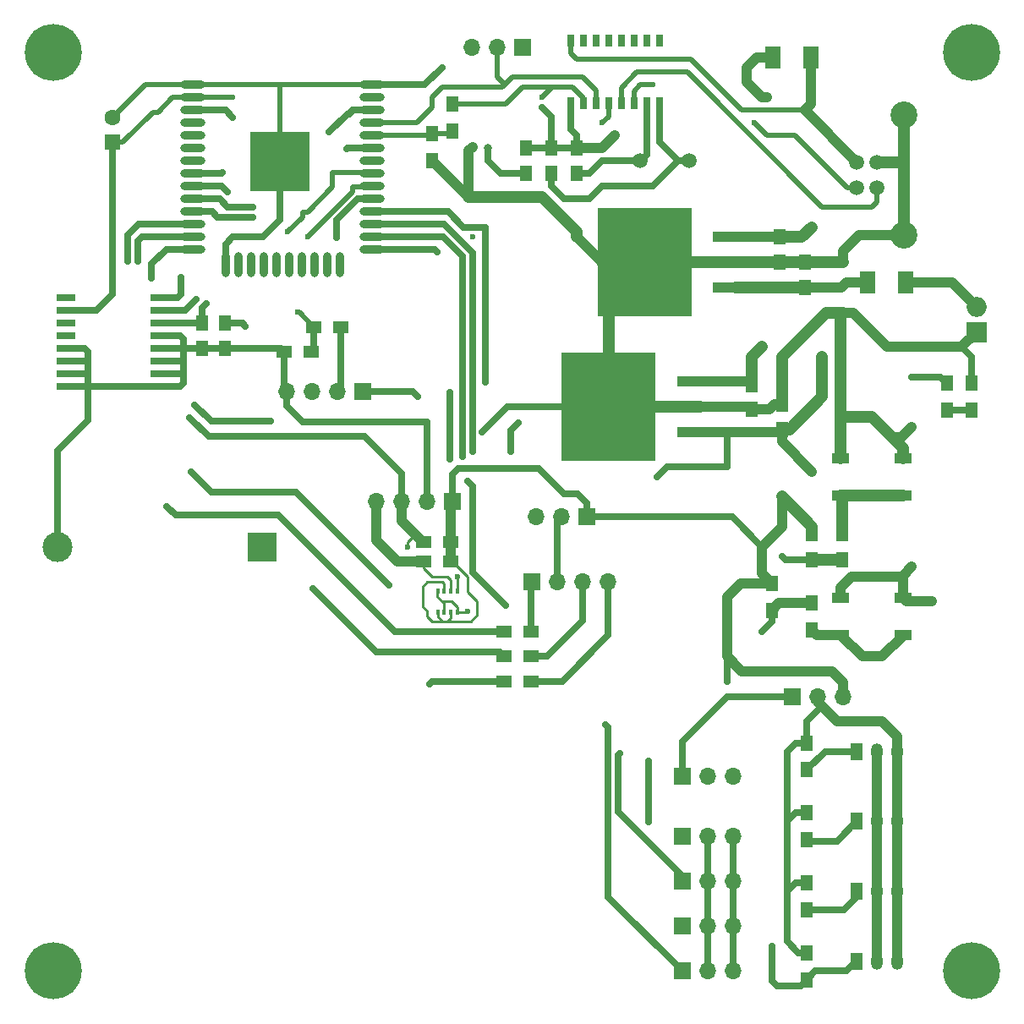
<source format=gtl>
G04 #@! TF.FileFunction,Copper,L1,Top,Signal*
%FSLAX46Y46*%
G04 Gerber Fmt 4.6, Leading zero omitted, Abs format (unit mm)*
G04 Created by KiCad (PCBNEW 4.0.7) date 11/23/17 20:16:03*
%MOMM*%
%LPD*%
G01*
G04 APERTURE LIST*
%ADD10C,0.100000*%
%ADD11C,3.000000*%
%ADD12R,3.000000X3.000000*%
%ADD13R,1.600200X2.199640*%
%ADD14R,1.925000X0.650000*%
%ADD15C,1.520000*%
%ADD16C,2.700000*%
%ADD17R,1.600000X1.600000*%
%ADD18C,1.600000*%
%ADD19R,1.250000X1.500000*%
%ADD20R,1.700000X1.700000*%
%ADD21O,1.700000X1.700000*%
%ADD22R,1.300000X1.500000*%
%ADD23R,1.500000X1.300000*%
%ADD24R,1.800000X1.100000*%
%ADD25O,2.500000X0.900000*%
%ADD26O,0.900000X2.500000*%
%ADD27R,6.000000X6.000000*%
%ADD28R,4.600000X1.100000*%
%ADD29R,9.400000X10.800000*%
%ADD30R,4.550000X5.250000*%
%ADD31R,0.800000X1.300000*%
%ADD32C,1.500000*%
%ADD33O,1.998980X1.998980*%
%ADD34R,1.998980X1.998980*%
%ADD35R,0.350000X0.500000*%
%ADD36C,5.700000*%
%ADD37R,1.200000X1.700000*%
%ADD38O,1.200000X1.700000*%
%ADD39C,0.600000*%
%ADD40C,0.800000*%
%ADD41C,1.000000*%
%ADD42C,0.700000*%
%ADD43C,0.250000*%
%ADD44C,1.200000*%
%ADD45C,0.500000*%
G04 APERTURE END LIST*
D10*
D11*
X118956000Y-97028000D03*
D12*
X139446000Y-97028000D03*
D13*
X190600080Y-48000000D03*
X194399920Y-48000000D03*
X200100080Y-70500000D03*
X203899920Y-70500000D03*
D14*
X119788000Y-72055000D03*
X119788000Y-73325000D03*
X119788000Y-74595000D03*
X119788000Y-75865000D03*
X119788000Y-77135000D03*
X119788000Y-78405000D03*
X119788000Y-79675000D03*
X119788000Y-80945000D03*
X129212000Y-80945000D03*
X129212000Y-79675000D03*
X129212000Y-78405000D03*
X129212000Y-77135000D03*
X129212000Y-75865000D03*
X129212000Y-74595000D03*
X129212000Y-73325000D03*
X129212000Y-72055000D03*
D15*
X199000000Y-61040000D03*
X199000000Y-58500000D03*
X201000000Y-58500000D03*
X201000000Y-61040000D03*
D16*
X203700000Y-65770000D03*
X203700000Y-53770000D03*
D17*
X124500000Y-56500000D03*
D18*
X124500000Y-54000000D03*
D19*
X165880000Y-59620000D03*
X165880000Y-57120000D03*
X170960000Y-59620000D03*
X170960000Y-57120000D03*
X191500000Y-85250000D03*
X191500000Y-82750000D03*
X168420000Y-59620000D03*
X168420000Y-57120000D03*
X188500000Y-80750000D03*
X188500000Y-83250000D03*
X135763000Y-74632500D03*
X135763000Y-77132500D03*
X193820000Y-71050000D03*
X193820000Y-68550000D03*
X191280000Y-66010000D03*
X191280000Y-68510000D03*
X133413500Y-74632500D03*
X133413500Y-77132500D03*
D20*
X172000000Y-94000000D03*
D21*
X169460000Y-94000000D03*
X166920000Y-94000000D03*
D20*
X166500000Y-100500000D03*
D21*
X169040000Y-100500000D03*
X171580000Y-100500000D03*
X174120000Y-100500000D03*
D20*
X158500000Y-92500000D03*
D21*
X155960000Y-92500000D03*
X153420000Y-92500000D03*
X150880000Y-92500000D03*
D20*
X149500000Y-81500000D03*
D21*
X146960000Y-81500000D03*
X144420000Y-81500000D03*
X141880000Y-81500000D03*
D20*
X192500000Y-112000000D03*
D21*
X195040000Y-112000000D03*
X197580000Y-112000000D03*
D22*
X190500000Y-100650000D03*
X190500000Y-103350000D03*
X194500000Y-102650000D03*
X194500000Y-105350000D03*
X194500000Y-95650000D03*
X194500000Y-98350000D03*
X197500000Y-98350000D03*
X197500000Y-95650000D03*
D23*
X163650000Y-105500000D03*
X166350000Y-105500000D03*
X163650000Y-108000000D03*
X166350000Y-108000000D03*
X163650000Y-110500000D03*
X166350000Y-110500000D03*
X144350000Y-77500000D03*
X141650000Y-77500000D03*
X147350000Y-75000000D03*
X144650000Y-75000000D03*
D22*
X194000000Y-116650000D03*
X194000000Y-119350000D03*
X194000000Y-123650000D03*
X194000000Y-126350000D03*
X194000000Y-130650000D03*
X194000000Y-133350000D03*
X194000000Y-137650000D03*
X194000000Y-140350000D03*
D24*
X203600000Y-105850000D03*
X197400000Y-105850000D03*
X203600000Y-102150000D03*
X197400000Y-102150000D03*
X203600000Y-91850000D03*
X197400000Y-91850000D03*
X203600000Y-88150000D03*
X197400000Y-88150000D03*
D25*
X150500000Y-50750000D03*
X150500000Y-52020000D03*
X150500000Y-53290000D03*
X150500000Y-54560000D03*
X150500000Y-55830000D03*
X150500000Y-57100000D03*
X150500000Y-58370000D03*
X150500000Y-59640000D03*
X150500000Y-60910000D03*
X150500000Y-62180000D03*
X150500000Y-63450000D03*
X150500000Y-64720000D03*
X150500000Y-65990000D03*
X150500000Y-67260000D03*
D26*
X147215000Y-68750000D03*
X145945000Y-68750000D03*
X144675000Y-68750000D03*
X143405000Y-68750000D03*
X142135000Y-68750000D03*
X140865000Y-68750000D03*
X139595000Y-68750000D03*
X138325000Y-68750000D03*
X137055000Y-68750000D03*
X135785000Y-68750000D03*
D25*
X132500000Y-67260000D03*
X132500000Y-65990000D03*
X132500000Y-64720000D03*
X132500000Y-63450000D03*
X132500000Y-62180000D03*
X132500000Y-60910000D03*
X132500000Y-59640000D03*
X132500000Y-58370000D03*
X132500000Y-57100000D03*
X132500000Y-55830000D03*
X132500000Y-54560000D03*
X132500000Y-53290000D03*
X132500000Y-52020000D03*
X132500000Y-50750000D03*
D27*
X141200000Y-58450000D03*
D28*
X183275000Y-85540000D03*
X183275000Y-83000000D03*
X183275000Y-80460000D03*
D29*
X174125000Y-83000000D03*
D30*
X171700000Y-80225000D03*
X176550000Y-85775000D03*
X171700000Y-85775000D03*
X176550000Y-80225000D03*
D31*
X170320000Y-52630000D03*
X171600000Y-52630000D03*
X172860000Y-52630000D03*
X174130000Y-52630000D03*
X175410000Y-52630000D03*
X176680000Y-52630000D03*
X177940000Y-52630000D03*
X179220000Y-52630000D03*
X179220000Y-46330000D03*
X177940000Y-46330000D03*
X176680000Y-46330000D03*
X175410000Y-46330000D03*
X174130000Y-46330000D03*
X172860000Y-46330000D03*
X171600000Y-46330000D03*
X170320000Y-46330000D03*
D28*
X186895000Y-71070000D03*
X186895000Y-68530000D03*
X186895000Y-65990000D03*
D29*
X177745000Y-68530000D03*
D30*
X175320000Y-65755000D03*
X180170000Y-71305000D03*
X175320000Y-71305000D03*
X180170000Y-65755000D03*
D32*
X177310000Y-58370000D03*
X182190000Y-58370000D03*
D22*
X156500000Y-55650000D03*
X156500000Y-58350000D03*
X158500000Y-55350000D03*
X158500000Y-52650000D03*
D33*
X211000000Y-72960000D03*
D34*
X211000000Y-75500000D03*
D20*
X165500000Y-47000000D03*
D21*
X162960000Y-47000000D03*
X160420000Y-47000000D03*
D23*
X158350000Y-96500000D03*
X155650000Y-96500000D03*
X158350000Y-98500000D03*
X155650000Y-98500000D03*
D35*
X158975000Y-101475000D03*
X158325000Y-101475000D03*
X157675000Y-101475000D03*
X157025000Y-101475000D03*
X157025000Y-103525000D03*
X157675000Y-103525000D03*
X158325000Y-103525000D03*
X158975000Y-103525000D03*
D36*
X210500000Y-139500000D03*
X118500000Y-139500000D03*
X118500000Y-47500000D03*
X210500000Y-47500000D03*
D22*
X210500000Y-80650000D03*
X210500000Y-83350000D03*
X208000000Y-80650000D03*
X208000000Y-83350000D03*
D20*
X181500000Y-126000000D03*
D21*
X184040000Y-126000000D03*
X186580000Y-126000000D03*
D20*
X181500000Y-130500000D03*
D21*
X184040000Y-130500000D03*
X186580000Y-130500000D03*
D37*
X199000000Y-117500000D03*
D38*
X201000000Y-117500000D03*
X203000000Y-117500000D03*
D37*
X199000000Y-124500000D03*
D38*
X201000000Y-124500000D03*
X203000000Y-124500000D03*
D37*
X199000000Y-131500000D03*
D38*
X201000000Y-131500000D03*
X203000000Y-131500000D03*
D37*
X199000000Y-138500000D03*
D38*
X201000000Y-138500000D03*
X203000000Y-138500000D03*
D20*
X181500000Y-135000000D03*
D21*
X184040000Y-135000000D03*
X186580000Y-135000000D03*
D20*
X181500000Y-139500000D03*
D21*
X184040000Y-139500000D03*
X186580000Y-139500000D03*
D20*
X181500000Y-120000000D03*
D21*
X184040000Y-120000000D03*
X186580000Y-120000000D03*
D39*
X160000000Y-103500000D03*
X167500000Y-53000000D03*
X206500000Y-102500000D03*
X161500000Y-85500000D03*
X156000000Y-84500000D03*
X204500000Y-99000000D03*
X204500000Y-85000000D03*
X157500000Y-49000000D03*
X160500000Y-57000000D03*
X174770000Y-55830000D03*
X170960000Y-65990000D03*
D40*
X197630000Y-68530000D03*
X197630000Y-73610000D03*
D39*
X133858000Y-72644000D03*
X204500000Y-80000000D03*
X137795000Y-74930000D03*
X186000000Y-110500000D03*
X160500000Y-66000000D03*
X136500000Y-52000000D03*
X191500000Y-92000000D03*
X189500000Y-77000000D03*
X173500000Y-54560000D03*
D40*
X162070000Y-57100000D03*
D39*
X190000000Y-52000000D03*
X179000000Y-90000000D03*
X155000000Y-82000000D03*
X194500000Y-89500000D03*
X194500000Y-65000000D03*
X195500000Y-78000000D03*
X188740000Y-54560000D03*
X178580000Y-50750000D03*
X159000000Y-100000000D03*
X154000000Y-97000000D03*
X132207000Y-84074000D03*
X146177000Y-55499000D03*
X131318000Y-70040500D03*
X140335000Y-84455000D03*
X132715000Y-82804000D03*
X147955000Y-57150000D03*
X132842000Y-72199500D03*
X159512000Y-88011000D03*
X175260000Y-117729000D03*
X160528000Y-87503000D03*
X135500000Y-59500000D03*
X136000000Y-61500000D03*
X138500000Y-63000000D03*
X138500000Y-64000000D03*
X190500000Y-137000000D03*
X178181000Y-124587000D03*
X178181000Y-118491000D03*
X164338000Y-87503000D03*
X165100000Y-84582000D03*
X161798000Y-80518000D03*
X173863000Y-114808000D03*
X163830000Y-102870000D03*
X160020000Y-90424000D03*
X158242000Y-88265000D03*
X158242000Y-81534000D03*
X146939000Y-66040000D03*
X167500000Y-52000000D03*
X157000000Y-67500000D03*
X189500000Y-105500000D03*
X191500000Y-98000000D03*
X136500000Y-54000000D03*
X129921000Y-92964000D03*
X125984000Y-68453000D03*
X144526000Y-101219000D03*
X127000000Y-68453000D03*
X156210000Y-110744000D03*
X152146000Y-100838000D03*
X132334000Y-89535000D03*
X128397000Y-70104000D03*
X144000000Y-66000000D03*
X142000000Y-65500000D03*
X143000000Y-73500000D03*
D41*
X201000000Y-117500000D02*
X201000000Y-124500000D01*
X201000000Y-124500000D02*
X201000000Y-131500000D01*
X201000000Y-131500000D02*
X201000000Y-138500000D01*
D42*
X210500000Y-80650000D02*
X210500000Y-78000000D01*
X210500000Y-78000000D02*
X209500000Y-77000000D01*
X184040000Y-139500000D02*
X184040000Y-135000000D01*
X184040000Y-126000000D02*
X184040000Y-130500000D01*
X184040000Y-135000000D02*
X184040000Y-130500000D01*
D43*
X159975000Y-103525000D02*
X158975000Y-103525000D01*
X160000000Y-103500000D02*
X159975000Y-103525000D01*
X158975000Y-103525000D02*
X158975000Y-103025000D01*
X158975000Y-103025000D02*
X158450000Y-102500000D01*
X158450000Y-102500000D02*
X157500000Y-102500000D01*
X157675000Y-103525000D02*
X157675000Y-102675000D01*
X157000000Y-102000000D02*
X157000000Y-101500000D01*
X157500000Y-102500000D02*
X157000000Y-102000000D01*
X157675000Y-102675000D02*
X157500000Y-102500000D01*
X157000000Y-101500000D02*
X157025000Y-101475000D01*
D41*
X197630000Y-68530000D02*
X197630000Y-67370000D01*
X199230000Y-65770000D02*
X203700000Y-65770000D01*
X197630000Y-67370000D02*
X199230000Y-65770000D01*
X197630000Y-73610000D02*
X198610000Y-73610000D01*
X209500000Y-77000000D02*
X211000000Y-75500000D01*
X202000000Y-77000000D02*
X209000000Y-77000000D01*
X209000000Y-77000000D02*
X209500000Y-77000000D01*
X198610000Y-73610000D02*
X202000000Y-77000000D01*
D42*
X168420000Y-53920000D02*
X168420000Y-57120000D01*
X167500000Y-53000000D02*
X168420000Y-53920000D01*
X156000000Y-84500000D02*
X156000000Y-92460000D01*
X156000000Y-92460000D02*
X155960000Y-92500000D01*
X135763000Y-77132500D02*
X141282500Y-77132500D01*
X141282500Y-77132500D02*
X141650000Y-77500000D01*
X135763000Y-77132500D02*
X133413500Y-77132500D01*
X118956000Y-97028000D02*
X118956000Y-87419000D01*
X122047000Y-84328000D02*
X122047000Y-80945000D01*
X118956000Y-87419000D02*
X122047000Y-84328000D01*
X119788000Y-77135000D02*
X121712000Y-77135000D01*
X122047000Y-77470000D02*
X122047000Y-78451000D01*
X121712000Y-77135000D02*
X122047000Y-77470000D01*
X119788000Y-78405000D02*
X122001000Y-78405000D01*
X122047000Y-78451000D02*
X122047000Y-79883000D01*
X122001000Y-78405000D02*
X122047000Y-78451000D01*
X119788000Y-79675000D02*
X121839000Y-79675000D01*
X122047000Y-79883000D02*
X122047000Y-80945000D01*
X121839000Y-79675000D02*
X122047000Y-79883000D01*
X119788000Y-80945000D02*
X122047000Y-80945000D01*
X122047000Y-80945000D02*
X129212000Y-80945000D01*
X129212000Y-78405000D02*
X131572000Y-78405000D01*
X131572000Y-78405000D02*
X131572000Y-78359000D01*
X129212000Y-80945000D02*
X131272000Y-80945000D01*
X131572000Y-80645000D02*
X131572000Y-79502000D01*
X131272000Y-80945000D02*
X131572000Y-80645000D01*
X129212000Y-79675000D02*
X131399000Y-79675000D01*
X131572000Y-79502000D02*
X131572000Y-78359000D01*
X131572000Y-78359000D02*
X131572000Y-77689000D01*
X131399000Y-79675000D02*
X131572000Y-79502000D01*
X131572000Y-77689000D02*
X131572000Y-77132500D01*
X129212000Y-75865000D02*
X131237000Y-75865000D01*
X131572000Y-76200000D02*
X131572000Y-77132500D01*
X131237000Y-75865000D02*
X131572000Y-76200000D01*
X133413500Y-77132500D02*
X131572000Y-77132500D01*
X131572000Y-77132500D02*
X129214500Y-77132500D01*
X129214500Y-77132500D02*
X129212000Y-77135000D01*
D41*
X206500000Y-102500000D02*
X203950000Y-102500000D01*
X203950000Y-102500000D02*
X203600000Y-102150000D01*
X203600000Y-102150000D02*
X203750000Y-102000000D01*
D44*
X201000000Y-58500000D02*
X203000000Y-58500000D01*
X203000000Y-58500000D02*
X203700000Y-58500000D01*
X203700000Y-53770000D02*
X203700000Y-58500000D01*
X203700000Y-58500000D02*
X203700000Y-65770000D01*
D45*
X132500000Y-50750000D02*
X127750000Y-50750000D01*
X127750000Y-50750000D02*
X124500000Y-54000000D01*
D42*
X141880000Y-81500000D02*
X141880000Y-82880000D01*
X164000000Y-83000000D02*
X174125000Y-83000000D01*
X161500000Y-85500000D02*
X164000000Y-83000000D01*
X143500000Y-84500000D02*
X156000000Y-84500000D01*
X141880000Y-82880000D02*
X143500000Y-84500000D01*
X141650000Y-77500000D02*
X141650000Y-81270000D01*
X141650000Y-81270000D02*
X141880000Y-81500000D01*
X135785000Y-68750000D02*
X135785000Y-66715000D01*
X141200000Y-64300000D02*
X141200000Y-58450000D01*
X139500000Y-66000000D02*
X141200000Y-64300000D01*
X136500000Y-66000000D02*
X139500000Y-66000000D01*
X135785000Y-66715000D02*
X136500000Y-66000000D01*
D41*
X197400000Y-102150000D02*
X197400000Y-101100000D01*
X198500000Y-100000000D02*
X203600000Y-100000000D01*
X197400000Y-101100000D02*
X198500000Y-100000000D01*
X202500000Y-86000000D02*
X203500000Y-86000000D01*
X203600000Y-99900000D02*
X203600000Y-100000000D01*
X203600000Y-100000000D02*
X203600000Y-102150000D01*
X204500000Y-99000000D02*
X203600000Y-99900000D01*
X203500000Y-86000000D02*
X204500000Y-85000000D01*
D44*
X203600000Y-88150000D02*
X203600000Y-87100000D01*
X200500000Y-84000000D02*
X197400000Y-84000000D01*
X203600000Y-87100000D02*
X202500000Y-86000000D01*
X202500000Y-86000000D02*
X200500000Y-84000000D01*
X197400000Y-88150000D02*
X197400000Y-84000000D01*
X197400000Y-84000000D02*
X197400000Y-74000000D01*
X197400000Y-74000000D02*
X197400000Y-73610000D01*
X197400000Y-73610000D02*
X197630000Y-73610000D01*
X193820000Y-68550000D02*
X191320000Y-68550000D01*
X191320000Y-68550000D02*
X191280000Y-68510000D01*
X193820000Y-68550000D02*
X197500000Y-68550000D01*
X197630000Y-73610000D02*
X195890000Y-73610000D01*
X191500000Y-78000000D02*
X191500000Y-82750000D01*
X195890000Y-73610000D02*
X191500000Y-78000000D01*
X183275000Y-83000000D02*
X174125000Y-83000000D01*
X174125000Y-83000000D02*
X174125000Y-72150000D01*
X174125000Y-72150000D02*
X177745000Y-68530000D01*
D41*
X183275000Y-83000000D02*
X188250000Y-83000000D01*
X188250000Y-83000000D02*
X188500000Y-83250000D01*
X188500000Y-83250000D02*
X190250000Y-83250000D01*
X190250000Y-83250000D02*
X190750000Y-82750000D01*
X190750000Y-82750000D02*
X191500000Y-82750000D01*
D44*
X180500000Y-71285000D02*
X177745000Y-68530000D01*
D45*
X141200000Y-58450000D02*
X141200000Y-50750000D01*
X141200000Y-50750000D02*
X140500000Y-50750000D01*
X150500000Y-50750000D02*
X141500000Y-50750000D01*
X141500000Y-50750000D02*
X140500000Y-50750000D01*
X140500000Y-50750000D02*
X132500000Y-50750000D01*
D41*
X141200000Y-56300000D02*
X141200000Y-58450000D01*
X160150000Y-62000000D02*
X160150000Y-57350000D01*
D42*
X155750000Y-50750000D02*
X150500000Y-50750000D01*
X157500000Y-49000000D02*
X155750000Y-50750000D01*
D41*
X160150000Y-57350000D02*
X160500000Y-57000000D01*
D44*
X170960000Y-65990000D02*
X170960000Y-65460000D01*
D41*
X160150000Y-62000000D02*
X156500000Y-58350000D01*
D44*
X167500000Y-62000000D02*
X160150000Y-62000000D01*
X170960000Y-65460000D02*
X167500000Y-62000000D01*
X177745000Y-68530000D02*
X173500000Y-68530000D01*
D41*
X173500000Y-68530000D02*
X170960000Y-65990000D01*
X173480000Y-57120000D02*
X170960000Y-57120000D01*
X174770000Y-55830000D02*
X173480000Y-57120000D01*
D44*
X186895000Y-68530000D02*
X177745000Y-68530000D01*
D42*
X165880000Y-57120000D02*
X168420000Y-57120000D01*
X168420000Y-57120000D02*
X170960000Y-57120000D01*
X170320000Y-52630000D02*
X170320000Y-55190000D01*
X170960000Y-55830000D02*
X170960000Y-57120000D01*
X170320000Y-55190000D02*
X170960000Y-55830000D01*
D44*
X197610000Y-68550000D02*
X197500000Y-68550000D01*
D41*
X197630000Y-68530000D02*
X197610000Y-68550000D01*
X191320000Y-68550000D02*
X191300000Y-68530000D01*
D44*
X191300000Y-68530000D02*
X186895000Y-68530000D01*
D42*
X129212000Y-74595000D02*
X133376000Y-74595000D01*
X133376000Y-74595000D02*
X133413500Y-74632500D01*
X133413500Y-73088500D02*
X133413500Y-74632500D01*
X133858000Y-72644000D02*
X133413500Y-73088500D01*
X206000000Y-80000000D02*
X207350000Y-80000000D01*
X204500000Y-80000000D02*
X206000000Y-80000000D01*
X207350000Y-80000000D02*
X208000000Y-80650000D01*
D43*
X157675000Y-101475000D02*
X157675000Y-100675000D01*
X156500000Y-104500000D02*
X157500000Y-104500000D01*
X156000000Y-104000000D02*
X156500000Y-104500000D01*
X156000000Y-103500000D02*
X156000000Y-104000000D01*
X155500000Y-103000000D02*
X156000000Y-103500000D01*
X155500000Y-101000000D02*
X155500000Y-103000000D01*
X156000000Y-100500000D02*
X155500000Y-101000000D01*
X157500000Y-100500000D02*
X156000000Y-100500000D01*
X157675000Y-100675000D02*
X157500000Y-100500000D01*
X158350000Y-98500000D02*
X158500000Y-98500000D01*
X158500000Y-98500000D02*
X160000000Y-100000000D01*
X160324998Y-104500000D02*
X158000000Y-104500000D01*
X161000000Y-103824998D02*
X160324998Y-104500000D01*
X161000000Y-102500000D02*
X161000000Y-103824998D01*
X160000000Y-101500000D02*
X161000000Y-102500000D01*
X160000000Y-100000000D02*
X160000000Y-101500000D01*
X158325000Y-103525000D02*
X158325000Y-104175000D01*
X157025000Y-104025000D02*
X157025000Y-103525000D01*
X157500000Y-104500000D02*
X157025000Y-104025000D01*
X158000000Y-104500000D02*
X157500000Y-104500000D01*
X158325000Y-104175000D02*
X158000000Y-104500000D01*
D41*
X158350000Y-96500000D02*
X158350000Y-92650000D01*
X158350000Y-92650000D02*
X158500000Y-92500000D01*
X158350000Y-96500000D02*
X158350000Y-98500000D01*
D42*
X172000000Y-94000000D02*
X186500000Y-94000000D01*
X186500000Y-94000000D02*
X189500000Y-97000000D01*
X135763000Y-74632500D02*
X137497500Y-74632500D01*
X137497500Y-74632500D02*
X137795000Y-74930000D01*
X158500000Y-92500000D02*
X158500000Y-89785000D01*
X172000000Y-92625000D02*
X172000000Y-94000000D01*
X171069000Y-91694000D02*
X172000000Y-92625000D01*
X169694000Y-91694000D02*
X171069000Y-91694000D01*
X167154000Y-89154000D02*
X169694000Y-91694000D01*
X159131000Y-89154000D02*
X167154000Y-89154000D01*
X158500000Y-89785000D02*
X159131000Y-89154000D01*
X119788000Y-73325000D02*
X122890000Y-73325000D01*
X124500000Y-71715000D02*
X124500000Y-56500000D01*
X122890000Y-73325000D02*
X124500000Y-71715000D01*
X186000000Y-108000000D02*
X186000000Y-110500000D01*
D45*
X124500000Y-56500000D02*
X125500000Y-56500000D01*
X130480000Y-52020000D02*
X132500000Y-52020000D01*
X129000000Y-53500000D02*
X130480000Y-52020000D01*
X128500000Y-53500000D02*
X129000000Y-53500000D01*
X125500000Y-56500000D02*
X128500000Y-53500000D01*
D41*
X190500000Y-100650000D02*
X187350000Y-100650000D01*
X197580000Y-110580000D02*
X197580000Y-112000000D01*
X196500000Y-109500000D02*
X197580000Y-110580000D01*
X187500000Y-109500000D02*
X196500000Y-109500000D01*
X186000000Y-108000000D02*
X187500000Y-109500000D01*
X186000000Y-102000000D02*
X186000000Y-104000000D01*
X186000000Y-104000000D02*
X186000000Y-108000000D01*
X187350000Y-100650000D02*
X186000000Y-102000000D01*
X191500000Y-92000000D02*
X191500000Y-95000000D01*
X191500000Y-95000000D02*
X189500000Y-97000000D01*
X189500000Y-99650000D02*
X190500000Y-100650000D01*
X189500000Y-97000000D02*
X189500000Y-99650000D01*
D45*
X136480000Y-52020000D02*
X132500000Y-52020000D01*
X136500000Y-52000000D02*
X136480000Y-52020000D01*
D44*
X188500000Y-80750000D02*
X188500000Y-78000000D01*
X191500000Y-92000000D02*
X194500000Y-95000000D01*
X188500000Y-78000000D02*
X189500000Y-77000000D01*
X194500000Y-95000000D02*
X194500000Y-95650000D01*
D41*
X183275000Y-80460000D02*
X188210000Y-80460000D01*
X188210000Y-80460000D02*
X188500000Y-80750000D01*
D42*
X165880000Y-59620000D02*
X163320000Y-59620000D01*
D45*
X174130000Y-53930000D02*
X174130000Y-52630000D01*
X173500000Y-54560000D02*
X174130000Y-53930000D01*
D42*
X162070000Y-58370000D02*
X162070000Y-57100000D01*
X163320000Y-59620000D02*
X162070000Y-58370000D01*
X177310000Y-58370000D02*
X173500000Y-58370000D01*
X172250000Y-59620000D02*
X170960000Y-59620000D01*
X173500000Y-58370000D02*
X172250000Y-59620000D01*
X177940000Y-52630000D02*
X177940000Y-57740000D01*
X177940000Y-57740000D02*
X177310000Y-58370000D01*
D41*
X190600080Y-48000000D02*
X189000000Y-48000000D01*
X189500000Y-52000000D02*
X190000000Y-52000000D01*
X188000000Y-50500000D02*
X189500000Y-52000000D01*
X188000000Y-49000000D02*
X188000000Y-50500000D01*
X189000000Y-48000000D02*
X188000000Y-49000000D01*
D42*
X192500000Y-112000000D02*
X186000000Y-112000000D01*
X181500000Y-116500000D02*
X181500000Y-120000000D01*
X186000000Y-112000000D02*
X181500000Y-116500000D01*
X149500000Y-81500000D02*
X154500000Y-81500000D01*
X186000000Y-89000000D02*
X186000000Y-85540000D01*
X180000000Y-89000000D02*
X186000000Y-89000000D01*
X179000000Y-90000000D02*
X180000000Y-89000000D01*
X154500000Y-81500000D02*
X155000000Y-82000000D01*
X186000000Y-85540000D02*
X186000000Y-86000000D01*
X186000000Y-86000000D02*
X186000000Y-85540000D01*
D41*
X194500000Y-89500000D02*
X191500000Y-86500000D01*
X191500000Y-86500000D02*
X191500000Y-85250000D01*
D44*
X191500000Y-85250000D02*
X192250000Y-85250000D01*
X193490000Y-66010000D02*
X191280000Y-66010000D01*
X194500000Y-65000000D02*
X193490000Y-66010000D01*
X195500000Y-82000000D02*
X195500000Y-78000000D01*
X192250000Y-85250000D02*
X195500000Y-82000000D01*
D41*
X183275000Y-85540000D02*
X186000000Y-85540000D01*
X186000000Y-85540000D02*
X191210000Y-85540000D01*
X191210000Y-85540000D02*
X191500000Y-85250000D01*
D44*
X191280000Y-65780000D02*
X191280000Y-66010000D01*
D41*
X191280000Y-66010000D02*
X186915000Y-66010000D01*
X186915000Y-66010000D02*
X186895000Y-65990000D01*
D42*
X181120000Y-58370000D02*
X178580000Y-60910000D01*
X178580000Y-60910000D02*
X174770000Y-60910000D01*
X182190000Y-58370000D02*
X181120000Y-58370000D01*
X179220000Y-56470000D02*
X179220000Y-52630000D01*
X181120000Y-58370000D02*
X179220000Y-56470000D01*
X168420000Y-60910000D02*
X168420000Y-59620000D01*
X169690000Y-62180000D02*
X168420000Y-60910000D01*
X172230000Y-62180000D02*
X169690000Y-62180000D01*
X173500000Y-60910000D02*
X172230000Y-62180000D01*
X174770000Y-60910000D02*
X173500000Y-60910000D01*
D41*
X193820000Y-71050000D02*
X197450000Y-71050000D01*
X198000000Y-70500000D02*
X200100080Y-70500000D01*
X197450000Y-71050000D02*
X198000000Y-70500000D01*
D44*
X186895000Y-71070000D02*
X193800000Y-71070000D01*
D41*
X193800000Y-71070000D02*
X193820000Y-71050000D01*
D45*
X190010000Y-55830000D02*
X192830000Y-55830000D01*
X178580000Y-50750000D02*
X177310000Y-50750000D01*
X177310000Y-50750000D02*
X176680000Y-51380000D01*
X176680000Y-52630000D02*
X176680000Y-51380000D01*
X190010000Y-55830000D02*
X188740000Y-54560000D01*
X198040000Y-61040000D02*
X199000000Y-61040000D01*
X192830000Y-55830000D02*
X198040000Y-61040000D01*
D41*
X199000000Y-58500000D02*
X193790000Y-53290000D01*
X194399920Y-48000000D02*
X194399920Y-52680080D01*
X194399920Y-52680080D02*
X193790000Y-53290000D01*
D45*
X190000000Y-53290000D02*
X193790000Y-53290000D01*
X190010000Y-53290000D02*
X190000000Y-53290000D01*
X190000000Y-53290000D02*
X187470000Y-53290000D01*
X170320000Y-47570000D02*
X170320000Y-46330000D01*
X170960000Y-48210000D02*
X170320000Y-47570000D01*
X182390000Y-48210000D02*
X170960000Y-48210000D01*
X187470000Y-53290000D02*
X182390000Y-48210000D01*
X175410000Y-52630000D02*
X175410000Y-51090000D01*
X201000000Y-62500000D02*
X201000000Y-61040000D01*
X200500000Y-63000000D02*
X201000000Y-62500000D01*
X195500000Y-63000000D02*
X200500000Y-63000000D01*
X182000000Y-49500000D02*
X195500000Y-63000000D01*
X177000000Y-49500000D02*
X182000000Y-49500000D01*
X175410000Y-51090000D02*
X177000000Y-49500000D01*
D42*
X169040000Y-100500000D02*
X169040000Y-94420000D01*
X169040000Y-94420000D02*
X169460000Y-94000000D01*
X166350000Y-105500000D02*
X166350000Y-100650000D01*
D45*
X166350000Y-100650000D02*
X166500000Y-100500000D01*
D42*
X166350000Y-108000000D02*
X168000000Y-108000000D01*
X171580000Y-104420000D02*
X171580000Y-100500000D01*
X168000000Y-108000000D02*
X171580000Y-104420000D01*
X166350000Y-110500000D02*
X169500000Y-110500000D01*
X174120000Y-105880000D02*
X174120000Y-100500000D01*
X169500000Y-110500000D02*
X174120000Y-105880000D01*
D43*
X154750000Y-95750000D02*
X154000000Y-96500000D01*
X158975000Y-100025000D02*
X158975000Y-101475000D01*
X159000000Y-100000000D02*
X158975000Y-100025000D01*
X154000000Y-96500000D02*
X154000000Y-97000000D01*
D41*
X155650000Y-96500000D02*
X155500000Y-96500000D01*
X155500000Y-96500000D02*
X154750000Y-95750000D01*
X154750000Y-95750000D02*
X153420000Y-94420000D01*
X153420000Y-94420000D02*
X153420000Y-92500000D01*
D42*
X153420000Y-89666000D02*
X153420000Y-92500000D01*
X149733000Y-85979000D02*
X153420000Y-89666000D01*
X134112000Y-85979000D02*
X149733000Y-85979000D01*
X132207000Y-84074000D02*
X134112000Y-85979000D01*
X129212000Y-72055000D02*
X130954500Y-72055000D01*
X148513000Y-53290000D02*
X150500000Y-53290000D01*
X148145500Y-53657500D02*
X148513000Y-53290000D01*
X148018500Y-53657500D02*
X148145500Y-53657500D01*
X146177000Y-55499000D02*
X148018500Y-53657500D01*
X131318000Y-71691500D02*
X131318000Y-70040500D01*
X130954500Y-72055000D02*
X131318000Y-71691500D01*
D43*
X155650000Y-98500000D02*
X155650000Y-99150000D01*
X155650000Y-99150000D02*
X156500000Y-100000000D01*
X158325000Y-100325000D02*
X158325000Y-101475000D01*
X158000000Y-100000000D02*
X158325000Y-100325000D01*
X156500000Y-100000000D02*
X158000000Y-100000000D01*
D41*
X155650000Y-98500000D02*
X153000000Y-98500000D01*
X150880000Y-96380000D02*
X150880000Y-92500000D01*
X153000000Y-98500000D02*
X150880000Y-96380000D01*
D42*
X134366000Y-84455000D02*
X140335000Y-84455000D01*
X132715000Y-82804000D02*
X134366000Y-84455000D01*
X129212000Y-73325000D02*
X131716500Y-73325000D01*
X148005000Y-57100000D02*
X150500000Y-57100000D01*
X147955000Y-57150000D02*
X148005000Y-57100000D01*
X131716500Y-73325000D02*
X132842000Y-72199500D01*
X150500000Y-57100000D02*
X150400000Y-57000000D01*
X150500000Y-65990000D02*
X157557000Y-65990000D01*
X159512000Y-67945000D02*
X159512000Y-88011000D01*
X157557000Y-65990000D02*
X159512000Y-67945000D01*
X150500000Y-64720000D02*
X157684000Y-64720000D01*
X175133000Y-123571000D02*
X181500000Y-129938000D01*
X175133000Y-117856000D02*
X175133000Y-123571000D01*
X175260000Y-117729000D02*
X175133000Y-117856000D01*
X160528000Y-67564000D02*
X160528000Y-87503000D01*
X157684000Y-64720000D02*
X160528000Y-67564000D01*
X181500000Y-129938000D02*
X181500000Y-130500000D01*
X194000000Y-119350000D02*
X195850000Y-117500000D01*
X195850000Y-117500000D02*
X199000000Y-117500000D01*
X132500000Y-59640000D02*
X135360000Y-59640000D01*
X135360000Y-59640000D02*
X135500000Y-59500000D01*
X194000000Y-116650000D02*
X192850000Y-116650000D01*
X192000000Y-117500000D02*
X192000000Y-125000000D01*
X192850000Y-116650000D02*
X192000000Y-117500000D01*
X194000000Y-123650000D02*
X192850000Y-123650000D01*
X192850000Y-123650000D02*
X192000000Y-124500000D01*
X192000000Y-124500000D02*
X192000000Y-125000000D01*
X192000000Y-125000000D02*
X192000000Y-131500000D01*
X194000000Y-116650000D02*
X194000000Y-114500000D01*
X194000000Y-114500000D02*
X195500000Y-113000000D01*
X194000000Y-130650000D02*
X192850000Y-130650000D01*
X193150000Y-137650000D02*
X194000000Y-137650000D01*
X192000000Y-136500000D02*
X193150000Y-137650000D01*
X192000000Y-131500000D02*
X192000000Y-136500000D01*
X192850000Y-130650000D02*
X192000000Y-131500000D01*
X194000000Y-137650000D02*
X193650000Y-137650000D01*
D41*
X195040000Y-112000000D02*
X195040000Y-112540000D01*
X195040000Y-112540000D02*
X195500000Y-113000000D01*
X195500000Y-113000000D02*
X197000000Y-114500000D01*
X197000000Y-114500000D02*
X201500000Y-114500000D01*
X201500000Y-114500000D02*
X203000000Y-116000000D01*
X203000000Y-116000000D02*
X203000000Y-117500000D01*
X203000000Y-124500000D02*
X203000000Y-131500000D01*
X203000000Y-138500000D02*
X203000000Y-131500000D01*
X203000000Y-117500000D02*
X203000000Y-124500000D01*
D42*
X194000000Y-126350000D02*
X194150000Y-126500000D01*
X194150000Y-126500000D02*
X197000000Y-126500000D01*
X197000000Y-126500000D02*
X199000000Y-124500000D01*
X135410000Y-60910000D02*
X136000000Y-61500000D01*
X132500000Y-60910000D02*
X135410000Y-60910000D01*
X194350000Y-126350000D02*
X194000000Y-126350000D01*
X194000000Y-133350000D02*
X197739000Y-133350000D01*
X197739000Y-133350000D02*
X199000000Y-132089000D01*
X199000000Y-132089000D02*
X199000000Y-131500000D01*
X132500000Y-62180000D02*
X135180000Y-62180000D01*
X136000000Y-63000000D02*
X138500000Y-63000000D01*
X135180000Y-62180000D02*
X136000000Y-63000000D01*
X194000000Y-133350000D02*
X194150000Y-133500000D01*
X194000000Y-133500000D02*
X194000000Y-133350000D01*
X194000000Y-140350000D02*
X194850000Y-139500000D01*
X198000000Y-139500000D02*
X199000000Y-138500000D01*
X194850000Y-139500000D02*
X198000000Y-139500000D01*
X191000000Y-141000000D02*
X193350000Y-141000000D01*
X134450000Y-63450000D02*
X135000000Y-64000000D01*
X135000000Y-64000000D02*
X138500000Y-64000000D01*
X190500000Y-137000000D02*
X190500000Y-140500000D01*
X132500000Y-63450000D02*
X134450000Y-63450000D01*
X190500000Y-140500000D02*
X191000000Y-141000000D01*
X193350000Y-141000000D02*
X194000000Y-140350000D01*
X150500000Y-63450000D02*
X158065000Y-63450000D01*
X178181000Y-118491000D02*
X178181000Y-124587000D01*
X164338000Y-85344000D02*
X164338000Y-87503000D01*
X165100000Y-84582000D02*
X164338000Y-85344000D01*
X161798000Y-65024000D02*
X161798000Y-80518000D01*
X159639000Y-65024000D02*
X161798000Y-65024000D01*
X158065000Y-63450000D02*
X159639000Y-65024000D01*
X174117000Y-132117000D02*
X181500000Y-139500000D01*
X174117000Y-115062000D02*
X174117000Y-132117000D01*
X173863000Y-114808000D02*
X174117000Y-115062000D01*
X160528000Y-99568000D02*
X163830000Y-102870000D01*
X160528000Y-90932000D02*
X160528000Y-99568000D01*
X160020000Y-90424000D02*
X160528000Y-90932000D01*
X158242000Y-81534000D02*
X158242000Y-88265000D01*
X146939000Y-64262000D02*
X146939000Y-66040000D01*
X149021000Y-62180000D02*
X146939000Y-64262000D01*
X150500000Y-62180000D02*
X149021000Y-62180000D01*
D45*
X162960000Y-47000000D02*
X162960000Y-49960000D01*
X162960000Y-49960000D02*
X163750000Y-50750000D01*
X150500000Y-54560000D02*
X154940000Y-54560000D01*
X172860000Y-51360000D02*
X172860000Y-52630000D01*
X171500000Y-50000000D02*
X172860000Y-51360000D01*
X164500000Y-50000000D02*
X171500000Y-50000000D01*
X163500000Y-51000000D02*
X163750000Y-50750000D01*
X163750000Y-50750000D02*
X164500000Y-50000000D01*
X157500000Y-51000000D02*
X163500000Y-51000000D01*
X156500000Y-52000000D02*
X157500000Y-51000000D01*
X156500000Y-53000000D02*
X156500000Y-52000000D01*
X154940000Y-54560000D02*
X156500000Y-53000000D01*
X167500000Y-52000000D02*
X168500000Y-51000000D01*
X171600000Y-52630000D02*
X171600000Y-52100000D01*
X171600000Y-52100000D02*
X170500000Y-51000000D01*
X170500000Y-51000000D02*
X168500000Y-51000000D01*
X168500000Y-51000000D02*
X167500000Y-51000000D01*
X167500000Y-51000000D02*
X165500000Y-51000000D01*
X165500000Y-51000000D02*
X163850000Y-52650000D01*
X163850000Y-52650000D02*
X158500000Y-52650000D01*
D42*
X190500000Y-103350000D02*
X190500000Y-104500000D01*
X156760000Y-67260000D02*
X150500000Y-67260000D01*
X157000000Y-67500000D02*
X156760000Y-67260000D01*
X190500000Y-104500000D02*
X189500000Y-105500000D01*
D41*
X194500000Y-102650000D02*
X191200000Y-102650000D01*
X191200000Y-102650000D02*
X190500000Y-103350000D01*
D42*
X132500000Y-53290000D02*
X135790000Y-53290000D01*
X191850000Y-98350000D02*
X194500000Y-98350000D01*
X191500000Y-98000000D02*
X191850000Y-98350000D01*
X135790000Y-53290000D02*
X136500000Y-54000000D01*
D44*
X197500000Y-98350000D02*
X194500000Y-98350000D01*
D41*
X197400000Y-105850000D02*
X195000000Y-105850000D01*
X195000000Y-105850000D02*
X194500000Y-105350000D01*
X203600000Y-105850000D02*
X203600000Y-105900000D01*
X203600000Y-105900000D02*
X201500000Y-108000000D01*
X201500000Y-108000000D02*
X199550000Y-108000000D01*
X199550000Y-108000000D02*
X197400000Y-105850000D01*
D44*
X203600000Y-91850000D02*
X197400000Y-91850000D01*
X197500000Y-95650000D02*
X197500000Y-91950000D01*
X197500000Y-91950000D02*
X197400000Y-91850000D01*
D42*
X132500000Y-64720000D02*
X127050000Y-64720000D01*
X152744000Y-105500000D02*
X163650000Y-105500000D01*
X141097000Y-93853000D02*
X152744000Y-105500000D01*
X130810000Y-93853000D02*
X141097000Y-93853000D01*
X129921000Y-92964000D02*
X130810000Y-93853000D01*
X125984000Y-65786000D02*
X125984000Y-68453000D01*
X127050000Y-64720000D02*
X125984000Y-65786000D01*
X132500000Y-65990000D02*
X127431000Y-65990000D01*
X150876000Y-107569000D02*
X163219000Y-107569000D01*
X144526000Y-101219000D02*
X150876000Y-107569000D01*
X127000000Y-66421000D02*
X127000000Y-68453000D01*
X127431000Y-65990000D02*
X127000000Y-66421000D01*
X163219000Y-107569000D02*
X163650000Y-108000000D01*
X132500000Y-67260000D02*
X129844000Y-67260000D01*
X156454000Y-110500000D02*
X163650000Y-110500000D01*
X156210000Y-110744000D02*
X156454000Y-110500000D01*
X142875000Y-91567000D02*
X152146000Y-100838000D01*
X134366000Y-91567000D02*
X142875000Y-91567000D01*
X132334000Y-89535000D02*
X134366000Y-91567000D01*
X128397000Y-68707000D02*
X128397000Y-70104000D01*
X129844000Y-67260000D02*
X128397000Y-68707000D01*
X147350000Y-75000000D02*
X147350000Y-81110000D01*
X147350000Y-81110000D02*
X146960000Y-81500000D01*
D43*
X147350000Y-81110000D02*
X146960000Y-81500000D01*
D45*
X150500000Y-60910000D02*
X150410000Y-61000000D01*
X150410000Y-61000000D02*
X148500000Y-61000000D01*
X148500000Y-61000000D02*
X148500000Y-61500000D01*
X148500000Y-61500000D02*
X144000000Y-66000000D01*
X150500000Y-59640000D02*
X150360000Y-59500000D01*
X150360000Y-59500000D02*
X146500000Y-59500000D01*
X146500000Y-59500000D02*
X146500000Y-61000000D01*
X146500000Y-61000000D02*
X144000000Y-63500000D01*
X144000000Y-63500000D02*
X143500000Y-63500000D01*
X143500000Y-63500000D02*
X143500000Y-64000000D01*
X143500000Y-64000000D02*
X142000000Y-65500000D01*
X143000000Y-73500000D02*
X143150000Y-73500000D01*
X143150000Y-73500000D02*
X144650000Y-75000000D01*
D42*
X144650000Y-75000000D02*
X144650000Y-77200000D01*
X144650000Y-77200000D02*
X144350000Y-77500000D01*
D45*
X150500000Y-55830000D02*
X156320000Y-55830000D01*
X156320000Y-55830000D02*
X156500000Y-55650000D01*
X156500000Y-55650000D02*
X158200000Y-55650000D01*
X158200000Y-55650000D02*
X158500000Y-55350000D01*
D42*
X186580000Y-139500000D02*
X186580000Y-135000000D01*
X186580000Y-135000000D02*
X186580000Y-130500000D01*
X186580000Y-130500000D02*
X186580000Y-126000000D01*
D41*
X203899920Y-70500000D02*
X208540000Y-70500000D01*
X208540000Y-70500000D02*
X211000000Y-72960000D01*
D42*
X208000000Y-83350000D02*
X210500000Y-83350000D01*
M02*

</source>
